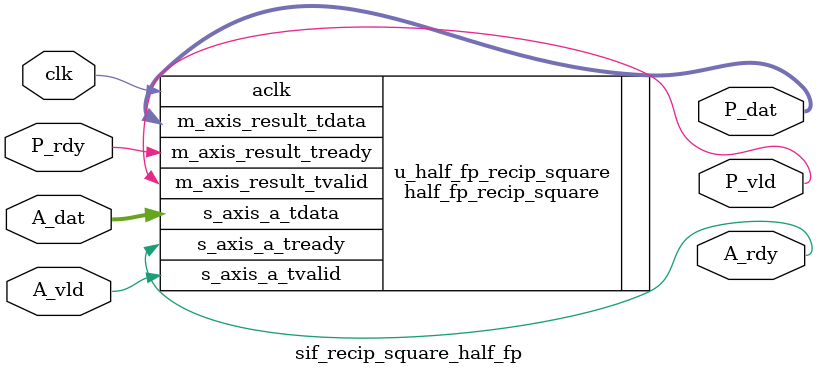
<source format=v>
`timescale 1ns / 1ps


module sif_recip_square_half_fp(
  input                       clk,
  input                       A_vld,
  input   [16-1:0]       A_dat,
  output                      A_rdy,
  output                      P_vld,
  output  [16-1:0]       P_dat,
  input                       P_rdy
    );

half_fp_recip_square u_half_fp_recip_square  (
  .aclk(clk),                                  // input wire aclk
  .s_axis_a_tvalid(A_vld),            // input wire s_axis_a_tvalid
  .s_axis_a_tready(A_rdy),            // output wire s_axis_a_tready
  .s_axis_a_tdata(A_dat),              // input wire [15 : 0] s_axis_a_tdata
  .m_axis_result_tvalid(P_vld),  // output wire m_axis_result_tvalid
  .m_axis_result_tready(P_rdy),  // input wire m_axis_result_tready
  .m_axis_result_tdata(P_dat)    // output wire [15 : 0] m_axis_result_tdata
);

endmodule

</source>
